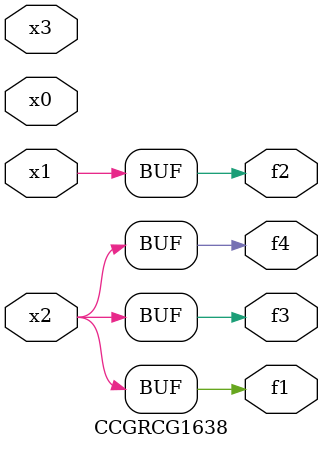
<source format=v>
module CCGRCG1638(
	input x0, x1, x2, x3,
	output f1, f2, f3, f4
);
	assign f1 = x2;
	assign f2 = x1;
	assign f3 = x2;
	assign f4 = x2;
endmodule

</source>
